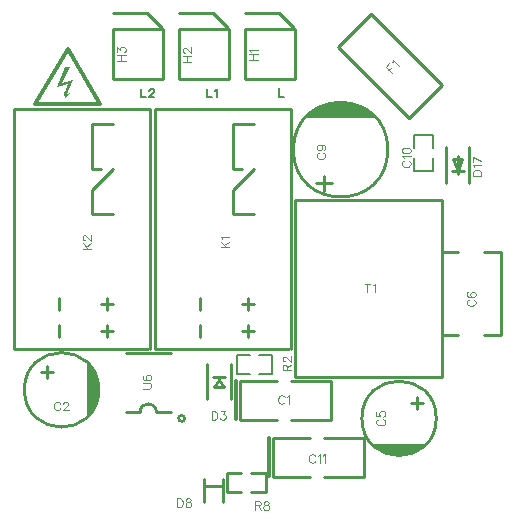
<source format=gto>
G04 Layer: TopSilkLayer*
G04 EasyEDA v6.3.22, 2020-02-05T09:45:25+02:00*
G04 0beb7f22875c416991f5e4e823d3f9f6,afbe6106ea7c444a8181c1b12ab228e2,10*
G04 Gerber Generator version 0.2*
G04 Scale: 100 percent, Rotated: No, Reflected: No *
G04 Dimensions in inches *
G04 leading zeros omitted , absolute positions ,2 integer and 4 decimal *
%FSLAX24Y24*%
%MOIN*%
G90*
G70D02*

%ADD10C,0.010000*%
%ADD48C,0.013000*%
%ADD49C,0.007874*%
%ADD50C,0.014000*%
%ADD51C,0.006000*%
%ADD52C,0.004000*%

%LPD*%
G54D10*
G01X11311Y1543D02*
G01X10096Y1543D01*
G01X10096Y2853D01*
G01X11311Y2853D01*
G54D48*
G01X9956Y2853D02*
G01X9956Y1563D01*
G54D10*
G01X11776Y2853D02*
G01X13106Y2853D01*
G01X13106Y1523D01*
G01X11776Y1523D01*
G01X10805Y10765D02*
G01X15726Y10765D01*
G01X15726Y10765D02*
G01X15726Y4860D01*
G01X15726Y4860D02*
G01X10805Y4860D01*
G01X10805Y4860D02*
G01X10805Y10765D01*
G01X14612Y13503D02*
G01X12246Y15869D01*
G01X12246Y15869D02*
G01X13359Y16983D01*
G01X13359Y16983D02*
G01X15726Y14617D01*
G01X15726Y14617D02*
G01X14612Y13503D01*
G01X6959Y16470D02*
G01X8612Y16470D01*
G01X8612Y14816D01*
G01X6959Y14816D01*
G01X6959Y16470D01*
G01X8586Y16443D02*
G01X8586Y16493D01*
G01X8086Y16993D01*
G01X6936Y16993D01*
G01X9159Y16470D02*
G01X10812Y16470D01*
G01X10812Y14816D01*
G01X9159Y14816D01*
G01X9159Y16470D01*
G01X10786Y16443D02*
G01X10786Y16493D01*
G01X10286Y16993D01*
G01X9136Y16993D01*
G01X15086Y3993D02*
G01X14686Y3993D01*
G01X14886Y4193D02*
G01X14886Y3793D01*
G01X2536Y5243D02*
G01X2536Y4843D01*
G01X2336Y5043D02*
G01X2736Y5043D01*
G01X4759Y16470D02*
G01X6412Y16470D01*
G01X6412Y14816D01*
G01X4759Y14816D01*
G01X4759Y16470D01*
G01X6386Y16443D02*
G01X6386Y16493D01*
G01X5886Y16993D01*
G01X4736Y16993D01*
G01X12046Y11323D02*
G01X11516Y11323D01*
G01X11776Y11573D02*
G01X11776Y11083D01*
G01X15701Y6265D02*
G01X15701Y9021D01*
G01X17670Y9021D02*
G01X17670Y6265D01*
G01X15701Y9021D02*
G01X16251Y9021D01*
G01X17120Y9021D02*
G01X17670Y9021D01*
G01X15701Y6265D02*
G01X16251Y6265D01*
G01X17120Y6265D02*
G01X17670Y6265D01*
G01X8286Y4782D02*
G01X8446Y4552D01*
G01X8446Y4552D02*
G01X8126Y4552D01*
G01X8126Y4552D02*
G01X8286Y4782D01*
G01X8679Y5303D02*
G01X8679Y4122D01*
G01X7892Y4122D02*
G01X7892Y5303D01*
G01X8486Y4872D02*
G01X8086Y4872D01*
G01X10211Y3443D02*
G01X8996Y3443D01*
G01X8996Y4753D01*
G01X10211Y4753D01*
G54D48*
G01X8856Y4753D02*
G01X8856Y3463D01*
G54D10*
G01X10676Y4753D02*
G01X12006Y4753D01*
G01X12006Y3423D01*
G01X10676Y3423D01*
G01X8401Y1487D02*
G01X8401Y699D01*
G01X7771Y1487D02*
G01X7771Y699D01*
G01X8401Y1231D02*
G01X7771Y1231D01*
G01X8536Y1658D02*
G01X8536Y1028D01*
G01X9343Y1028D02*
G01X9835Y1028D01*
G01X9343Y1658D02*
G01X9835Y1658D01*
G01X9028Y1028D02*
G01X8536Y1028D01*
G01X9028Y1658D02*
G01X8536Y1658D01*
G01X9835Y1658D02*
G01X9835Y1028D01*
G01X5986Y5793D02*
G01X5986Y13793D01*
G01X5986Y13793D02*
G01X1498Y13793D01*
G01X1442Y13793D02*
G01X1442Y5793D01*
G01X1442Y5793D02*
G01X5930Y5793D01*
G01X4542Y6193D02*
G01X4542Y6593D01*
G01X4342Y6393D02*
G01X4742Y6393D01*
G01X4542Y7093D02*
G01X4542Y7493D01*
G01X4342Y7293D02*
G01X4742Y7293D01*
G01X2942Y6193D02*
G01X2942Y6593D01*
G01X2942Y7093D02*
G01X2942Y7493D01*
G01X4742Y10293D02*
G01X4042Y10293D01*
G01X4042Y11093D01*
G01X4742Y11793D01*
G01X4742Y13293D02*
G01X4142Y13293D01*
G01X4042Y13293D01*
G01X4042Y11793D01*
G01X4342Y11793D01*
G01X10686Y5793D02*
G01X10686Y13793D01*
G01X10686Y13793D02*
G01X6198Y13793D01*
G01X6142Y13793D02*
G01X6142Y5793D01*
G01X6142Y5793D02*
G01X10630Y5793D01*
G01X9242Y6193D02*
G01X9242Y6593D01*
G01X9042Y6393D02*
G01X9442Y6393D01*
G01X9242Y7093D02*
G01X9242Y7493D01*
G01X9042Y7293D02*
G01X9442Y7293D01*
G01X7642Y6193D02*
G01X7642Y6593D01*
G01X7642Y7093D02*
G01X7642Y7493D01*
G01X9442Y10293D02*
G01X8742Y10293D01*
G01X8742Y11093D01*
G01X9442Y11793D01*
G01X9442Y13293D02*
G01X8842Y13293D01*
G01X8742Y13293D01*
G01X8742Y11793D01*
G01X9042Y11793D01*
G54D49*
G01X9619Y5608D02*
G01X10052Y5608D01*
G01X10052Y4978D01*
G01X9619Y4978D01*
G01X9304Y5608D02*
G01X8871Y5608D01*
G01X8871Y5214D01*
G01X8871Y4978D01*
G01X9304Y4978D01*
G54D10*
G01X5658Y3707D02*
G01X5196Y3708D01*
G01X6668Y3708D02*
G01X6198Y3707D01*
G01X6671Y5677D02*
G01X5200Y5677D01*
G01X16236Y11743D02*
G01X16076Y12143D01*
G01X16076Y12143D02*
G01X16396Y12143D01*
G01X16396Y12143D02*
G01X16236Y11743D01*
G01X15842Y11352D02*
G01X15842Y12534D01*
G01X16629Y11352D02*
G01X16629Y12534D01*
G01X16036Y11743D02*
G01X16436Y11743D01*
G01X16236Y11643D02*
G01X16236Y12243D01*
G54D49*
G01X14771Y12500D02*
G01X14771Y12933D01*
G01X15401Y12933D01*
G01X15401Y12500D01*
G01X14771Y12185D02*
G01X14771Y11752D01*
G01X15164Y11752D01*
G01X15401Y11752D01*
G01X15401Y12185D01*
G54D50*
G01X3236Y15816D02*
G01X2166Y13963D01*
G01X4306Y13963D01*
G01X3236Y15816D01*
G54D51*
G01X10286Y14493D02*
G01X10286Y14206D01*
G01X10286Y14206D02*
G01X10450Y14206D01*
G01X7886Y14475D02*
G01X7886Y14188D01*
G01X7886Y14188D02*
G01X8050Y14188D01*
G01X8140Y14420D02*
G01X8167Y14434D01*
G01X8208Y14475D01*
G01X8208Y14188D01*
G01X5686Y14475D02*
G01X5686Y14188D01*
G01X5686Y14188D02*
G01X5850Y14188D01*
G01X5953Y14406D02*
G01X5953Y14420D01*
G01X5967Y14447D01*
G01X5981Y14461D01*
G01X6008Y14475D01*
G01X6062Y14475D01*
G01X6090Y14461D01*
G01X6103Y14447D01*
G01X6117Y14420D01*
G01X6117Y14393D01*
G01X6103Y14366D01*
G01X6076Y14325D01*
G01X5940Y14188D01*
G01X6131Y14188D01*
G54D52*
G01X11491Y2228D02*
G01X11477Y2255D01*
G01X11450Y2282D01*
G01X11422Y2296D01*
G01X11368Y2296D01*
G01X11341Y2282D01*
G01X11313Y2255D01*
G01X11300Y2228D01*
G01X11286Y2187D01*
G01X11286Y2118D01*
G01X11300Y2078D01*
G01X11313Y2050D01*
G01X11341Y2023D01*
G01X11368Y2009D01*
G01X11422Y2009D01*
G01X11450Y2023D01*
G01X11477Y2050D01*
G01X11491Y2078D01*
G01X11581Y2241D02*
G01X11608Y2255D01*
G01X11649Y2296D01*
G01X11649Y2009D01*
G01X11739Y2241D02*
G01X11766Y2255D01*
G01X11807Y2296D01*
G01X11807Y2009D01*
G01X13231Y7977D02*
G01X13231Y7690D01*
G01X13136Y7977D02*
G01X13327Y7977D01*
G01X13417Y7922D02*
G01X13444Y7936D01*
G01X13485Y7977D01*
G01X13485Y7690D01*
G01X13836Y15206D02*
G01X14039Y15003D01*
G01X13836Y15206D02*
G01X13961Y15331D01*
G01X13933Y15109D02*
G01X14010Y15186D01*
G01X14063Y15356D02*
G01X14073Y15385D01*
G01X14073Y15443D01*
G01X14276Y15240D01*
G01X7077Y15383D02*
G01X7364Y15383D01*
G01X7077Y15574D02*
G01X7364Y15574D01*
G01X7214Y15383D02*
G01X7214Y15574D01*
G01X7146Y15678D02*
G01X7132Y15678D01*
G01X7105Y15691D01*
G01X7091Y15705D01*
G01X7077Y15732D01*
G01X7077Y15787D01*
G01X7091Y15814D01*
G01X7105Y15828D01*
G01X7132Y15841D01*
G01X7159Y15841D01*
G01X7186Y15828D01*
G01X7227Y15800D01*
G01X7364Y15664D01*
G01X7364Y15855D01*
G01X9286Y15434D02*
G01X9573Y15434D01*
G01X9286Y15625D02*
G01X9573Y15625D01*
G01X9423Y15434D02*
G01X9423Y15625D01*
G01X9341Y15715D02*
G01X9327Y15742D01*
G01X9286Y15783D01*
G01X9573Y15783D01*
G01X13601Y3462D02*
G01X13574Y3449D01*
G01X13546Y3422D01*
G01X13533Y3394D01*
G01X13533Y3340D01*
G01X13546Y3312D01*
G01X13574Y3285D01*
G01X13601Y3272D01*
G01X13642Y3258D01*
G01X13710Y3258D01*
G01X13751Y3272D01*
G01X13778Y3285D01*
G01X13805Y3312D01*
G01X13819Y3340D01*
G01X13819Y3394D01*
G01X13805Y3422D01*
G01X13778Y3449D01*
G01X13751Y3462D01*
G01X13533Y3716D02*
G01X13533Y3580D01*
G01X13655Y3566D01*
G01X13642Y3580D01*
G01X13628Y3621D01*
G01X13628Y3662D01*
G01X13642Y3702D01*
G01X13669Y3730D01*
G01X13710Y3743D01*
G01X13737Y3743D01*
G01X13778Y3730D01*
G01X13805Y3702D01*
G01X13819Y3662D01*
G01X13819Y3621D01*
G01X13805Y3580D01*
G01X13792Y3566D01*
G01X13765Y3552D01*
G01X2991Y3974D02*
G01X2977Y4002D01*
G01X2950Y4029D01*
G01X2922Y4043D01*
G01X2868Y4043D01*
G01X2841Y4029D01*
G01X2813Y4002D01*
G01X2800Y3974D01*
G01X2786Y3934D01*
G01X2786Y3865D01*
G01X2800Y3824D01*
G01X2813Y3797D01*
G01X2841Y3770D01*
G01X2868Y3756D01*
G01X2922Y3756D01*
G01X2950Y3770D01*
G01X2977Y3797D01*
G01X2991Y3824D01*
G01X3094Y3974D02*
G01X3094Y3988D01*
G01X3108Y4015D01*
G01X3121Y4029D01*
G01X3149Y4043D01*
G01X3203Y4043D01*
G01X3231Y4029D01*
G01X3244Y4015D01*
G01X3258Y3988D01*
G01X3258Y3961D01*
G01X3244Y3934D01*
G01X3217Y3893D01*
G01X3081Y3756D01*
G01X3271Y3756D01*
G01X4886Y15411D02*
G01X5172Y15411D01*
G01X4886Y15602D02*
G01X5172Y15602D01*
G01X5022Y15411D02*
G01X5022Y15602D01*
G01X4886Y15719D02*
G01X4886Y15869D01*
G01X4995Y15787D01*
G01X4995Y15828D01*
G01X5008Y15856D01*
G01X5022Y15869D01*
G01X5063Y15883D01*
G01X5090Y15883D01*
G01X5131Y15869D01*
G01X5158Y15842D01*
G01X5172Y15801D01*
G01X5172Y15760D01*
G01X5158Y15719D01*
G01X5145Y15706D01*
G01X5118Y15692D01*
G01X11607Y12340D02*
G01X11579Y12326D01*
G01X11552Y12299D01*
G01X11538Y12272D01*
G01X11538Y12217D01*
G01X11552Y12190D01*
G01X11579Y12163D01*
G01X11607Y12149D01*
G01X11647Y12136D01*
G01X11716Y12136D01*
G01X11757Y12149D01*
G01X11784Y12163D01*
G01X11811Y12190D01*
G01X11825Y12217D01*
G01X11825Y12272D01*
G01X11811Y12299D01*
G01X11784Y12326D01*
G01X11757Y12340D01*
G01X11634Y12607D02*
G01X11675Y12594D01*
G01X11702Y12566D01*
G01X11716Y12526D01*
G01X11716Y12512D01*
G01X11702Y12471D01*
G01X11675Y12444D01*
G01X11634Y12430D01*
G01X11620Y12430D01*
G01X11579Y12444D01*
G01X11552Y12471D01*
G01X11538Y12512D01*
G01X11538Y12526D01*
G01X11552Y12566D01*
G01X11579Y12594D01*
G01X11634Y12607D01*
G01X11702Y12607D01*
G01X11770Y12594D01*
G01X11811Y12566D01*
G01X11825Y12526D01*
G01X11825Y12498D01*
G01X11811Y12457D01*
G01X11784Y12444D01*
G01X16621Y7448D02*
G01X16593Y7434D01*
G01X16566Y7407D01*
G01X16552Y7379D01*
G01X16552Y7325D01*
G01X16566Y7298D01*
G01X16593Y7270D01*
G01X16621Y7257D01*
G01X16661Y7243D01*
G01X16730Y7243D01*
G01X16771Y7257D01*
G01X16798Y7270D01*
G01X16825Y7298D01*
G01X16839Y7325D01*
G01X16839Y7379D01*
G01X16825Y7407D01*
G01X16798Y7434D01*
G01X16771Y7448D01*
G01X16593Y7701D02*
G01X16566Y7688D01*
G01X16552Y7647D01*
G01X16552Y7619D01*
G01X16566Y7578D01*
G01X16607Y7551D01*
G01X16675Y7538D01*
G01X16743Y7538D01*
G01X16798Y7551D01*
G01X16825Y7578D01*
G01X16839Y7619D01*
G01X16839Y7633D01*
G01X16825Y7674D01*
G01X16798Y7701D01*
G01X16757Y7715D01*
G01X16743Y7715D01*
G01X16702Y7701D01*
G01X16675Y7674D01*
G01X16661Y7633D01*
G01X16661Y7619D01*
G01X16675Y7578D01*
G01X16702Y7551D01*
G01X16743Y7538D01*
G01X8036Y3732D02*
G01X8036Y3445D01*
G01X8036Y3732D02*
G01X8131Y3732D01*
G01X8172Y3718D01*
G01X8200Y3691D01*
G01X8213Y3664D01*
G01X8227Y3623D01*
G01X8227Y3555D01*
G01X8213Y3514D01*
G01X8200Y3486D01*
G01X8172Y3459D01*
G01X8131Y3445D01*
G01X8036Y3445D01*
G01X8344Y3732D02*
G01X8494Y3732D01*
G01X8412Y3623D01*
G01X8453Y3623D01*
G01X8480Y3609D01*
G01X8494Y3595D01*
G01X8508Y3555D01*
G01X8508Y3527D01*
G01X8494Y3486D01*
G01X8467Y3459D01*
G01X8426Y3445D01*
G01X8385Y3445D01*
G01X8344Y3459D01*
G01X8330Y3473D01*
G01X8317Y3500D01*
G01X10468Y4194D02*
G01X10454Y4222D01*
G01X10427Y4249D01*
G01X10399Y4263D01*
G01X10345Y4263D01*
G01X10318Y4249D01*
G01X10290Y4222D01*
G01X10277Y4194D01*
G01X10263Y4154D01*
G01X10263Y4085D01*
G01X10277Y4044D01*
G01X10290Y4017D01*
G01X10318Y3990D01*
G01X10345Y3976D01*
G01X10399Y3976D01*
G01X10427Y3990D01*
G01X10454Y4017D01*
G01X10468Y4044D01*
G01X10558Y4208D02*
G01X10585Y4222D01*
G01X10626Y4263D01*
G01X10626Y3976D01*
G01X6886Y827D02*
G01X6886Y540D01*
G01X6886Y827D02*
G01X6981Y827D01*
G01X7022Y813D01*
G01X7050Y786D01*
G01X7063Y758D01*
G01X7077Y718D01*
G01X7077Y649D01*
G01X7063Y608D01*
G01X7050Y581D01*
G01X7022Y554D01*
G01X6981Y540D01*
G01X6886Y540D01*
G01X7235Y827D02*
G01X7194Y813D01*
G01X7180Y786D01*
G01X7180Y758D01*
G01X7194Y731D01*
G01X7221Y718D01*
G01X7276Y704D01*
G01X7317Y690D01*
G01X7344Y663D01*
G01X7358Y636D01*
G01X7358Y595D01*
G01X7344Y568D01*
G01X7330Y554D01*
G01X7290Y540D01*
G01X7235Y540D01*
G01X7194Y554D01*
G01X7180Y568D01*
G01X7167Y595D01*
G01X7167Y636D01*
G01X7180Y663D01*
G01X7208Y690D01*
G01X7249Y704D01*
G01X7303Y718D01*
G01X7330Y731D01*
G01X7344Y758D01*
G01X7344Y786D01*
G01X7330Y813D01*
G01X7290Y827D01*
G01X7235Y827D01*
G01X9485Y727D02*
G01X9485Y440D01*
G01X9485Y727D02*
G01X9608Y727D01*
G01X9649Y713D01*
G01X9663Y699D01*
G01X9676Y672D01*
G01X9676Y645D01*
G01X9663Y618D01*
G01X9649Y604D01*
G01X9608Y590D01*
G01X9485Y590D01*
G01X9581Y590D02*
G01X9676Y440D01*
G01X9834Y727D02*
G01X9794Y713D01*
G01X9780Y686D01*
G01X9780Y658D01*
G01X9794Y631D01*
G01X9821Y618D01*
G01X9875Y604D01*
G01X9916Y590D01*
G01X9944Y563D01*
G01X9957Y536D01*
G01X9957Y495D01*
G01X9944Y468D01*
G01X9930Y454D01*
G01X9889Y440D01*
G01X9834Y440D01*
G01X9794Y454D01*
G01X9780Y468D01*
G01X9766Y495D01*
G01X9766Y536D01*
G01X9780Y563D01*
G01X9807Y590D01*
G01X9848Y604D01*
G01X9903Y618D01*
G01X9930Y631D01*
G01X9944Y658D01*
G01X9944Y686D01*
G01X9930Y713D01*
G01X9889Y727D01*
G01X9834Y727D01*
G01X3736Y9132D02*
G01X4022Y9132D01*
G01X3736Y9323D02*
G01X3927Y9132D01*
G01X3859Y9200D02*
G01X4022Y9323D01*
G01X3804Y9427D02*
G01X3791Y9427D01*
G01X3763Y9440D01*
G01X3750Y9454D01*
G01X3736Y9481D01*
G01X3736Y9536D01*
G01X3750Y9563D01*
G01X3763Y9577D01*
G01X3791Y9590D01*
G01X3818Y9590D01*
G01X3845Y9577D01*
G01X3886Y9549D01*
G01X4022Y9413D01*
G01X4022Y9604D01*
G01X8336Y9194D02*
G01X8622Y9194D01*
G01X8336Y9385D02*
G01X8527Y9194D01*
G01X8459Y9262D02*
G01X8622Y9385D01*
G01X8391Y9475D02*
G01X8377Y9502D01*
G01X8336Y9543D01*
G01X8622Y9543D01*
G01X10402Y5093D02*
G01X10689Y5093D01*
G01X10402Y5093D02*
G01X10402Y5216D01*
G01X10416Y5257D01*
G01X10430Y5270D01*
G01X10457Y5284D01*
G01X10484Y5284D01*
G01X10511Y5270D01*
G01X10525Y5257D01*
G01X10539Y5216D01*
G01X10539Y5093D01*
G01X10539Y5188D02*
G01X10689Y5284D01*
G01X10471Y5388D02*
G01X10457Y5388D01*
G01X10430Y5401D01*
G01X10416Y5415D01*
G01X10402Y5442D01*
G01X10402Y5497D01*
G01X10416Y5524D01*
G01X10430Y5538D01*
G01X10457Y5551D01*
G01X10484Y5551D01*
G01X10511Y5538D01*
G01X10552Y5510D01*
G01X10689Y5374D01*
G01X10689Y5565D01*
G01X5736Y4485D02*
G01X5940Y4485D01*
G01X5981Y4498D01*
G01X6008Y4526D01*
G01X6022Y4567D01*
G01X6022Y4594D01*
G01X6008Y4635D01*
G01X5981Y4662D01*
G01X5940Y4676D01*
G01X5736Y4676D01*
G01X5777Y4929D02*
G01X5749Y4916D01*
G01X5736Y4875D01*
G01X5736Y4848D01*
G01X5749Y4807D01*
G01X5790Y4779D01*
G01X5858Y4766D01*
G01X5927Y4766D01*
G01X5981Y4779D01*
G01X6008Y4807D01*
G01X6022Y4848D01*
G01X6022Y4861D01*
G01X6008Y4902D01*
G01X5981Y4929D01*
G01X5940Y4943D01*
G01X5927Y4943D01*
G01X5886Y4929D01*
G01X5858Y4902D01*
G01X5845Y4861D01*
G01X5845Y4848D01*
G01X5858Y4807D01*
G01X5886Y4779D01*
G01X5927Y4766D01*
G01X16736Y11582D02*
G01X17022Y11582D01*
G01X16736Y11582D02*
G01X16736Y11677D01*
G01X16749Y11718D01*
G01X16777Y11746D01*
G01X16804Y11759D01*
G01X16845Y11773D01*
G01X16913Y11773D01*
G01X16954Y11759D01*
G01X16981Y11746D01*
G01X17008Y11718D01*
G01X17022Y11677D01*
G01X17022Y11582D01*
G01X16790Y11863D02*
G01X16777Y11890D01*
G01X16736Y11931D01*
G01X17022Y11931D01*
G01X16736Y12212D02*
G01X17022Y12076D01*
G01X16736Y12021D02*
G01X16736Y12212D01*
G01X14454Y12078D02*
G01X14427Y12065D01*
G01X14399Y12037D01*
G01X14386Y12010D01*
G01X14386Y11956D01*
G01X14399Y11928D01*
G01X14427Y11901D01*
G01X14454Y11887D01*
G01X14495Y11874D01*
G01X14563Y11874D01*
G01X14604Y11887D01*
G01X14631Y11901D01*
G01X14658Y11928D01*
G01X14672Y11956D01*
G01X14672Y12010D01*
G01X14658Y12037D01*
G01X14631Y12065D01*
G01X14604Y12078D01*
G01X14440Y12168D02*
G01X14427Y12196D01*
G01X14386Y12236D01*
G01X14672Y12236D01*
G01X14386Y12408D02*
G01X14399Y12367D01*
G01X14440Y12340D01*
G01X14508Y12326D01*
G01X14549Y12326D01*
G01X14617Y12340D01*
G01X14658Y12367D01*
G01X14672Y12408D01*
G01X14672Y12436D01*
G01X14658Y12476D01*
G01X14617Y12504D01*
G01X14549Y12517D01*
G01X14508Y12517D01*
G01X14440Y12504D01*
G01X14399Y12476D01*
G01X14386Y12436D01*
G01X14386Y12408D01*
G54D10*
G75*
G01X10761Y12433D02*
G03X10761Y12461I1575J14D01*
G01*
G75*
G01X5658Y3707D02*
G02X6198Y3707I270J0D01*
G01*
G75*
G01X15526Y3493D02*
G03X15526Y3493I-1240J0D01*
G01*
G75*
G01X4276Y4443D02*
G03X4276Y4443I-1240J0D01*
G01*
G75*
G01X7136Y3493D02*
G03X7136Y3493I-100J0D01*
G01*

%LPD*%
G36*
G01X15186Y2643D02*
G01X13386Y2643D01*
G01X13407Y2620D01*
G01X13451Y2576D01*
G01X13497Y2534D01*
G01X13521Y2514D01*
G01X13571Y2476D01*
G01X13596Y2458D01*
G01X13648Y2424D01*
G01X13702Y2392D01*
G01X13758Y2364D01*
G01X13786Y2351D01*
G01X13815Y2338D01*
G01X13844Y2326D01*
G01X13873Y2315D01*
G01X13902Y2305D01*
G01X13962Y2287D01*
G01X13992Y2279D01*
G01X14023Y2272D01*
G01X14053Y2265D01*
G01X14115Y2255D01*
G01X14146Y2251D01*
G01X14208Y2245D01*
G01X14270Y2243D01*
G01X14301Y2243D01*
G01X14332Y2244D01*
G01X14364Y2245D01*
G01X14426Y2251D01*
G01X14457Y2255D01*
G01X14488Y2260D01*
G01X14518Y2265D01*
G01X14549Y2272D01*
G01X14579Y2279D01*
G01X14609Y2287D01*
G01X14669Y2305D01*
G01X14699Y2315D01*
G01X14728Y2326D01*
G01X14757Y2338D01*
G01X14813Y2364D01*
G01X14869Y2392D01*
G01X14923Y2424D01*
G01X14975Y2458D01*
G01X15001Y2476D01*
G01X15026Y2495D01*
G01X15050Y2514D01*
G01X15074Y2534D01*
G01X15120Y2576D01*
G01X15143Y2598D01*
G01X15164Y2620D01*
G01X15186Y2643D01*
G37*

%LPD*%
G36*
G01X3909Y5322D02*
G01X3886Y5343D01*
G01X3886Y3543D01*
G01X3909Y3564D01*
G01X3953Y3608D01*
G01X3974Y3631D01*
G01X4034Y3703D01*
G01X4053Y3728D01*
G01X4071Y3754D01*
G01X4088Y3779D01*
G01X4105Y3806D01*
G01X4121Y3833D01*
G01X4151Y3887D01*
G01X4165Y3915D01*
G01X4178Y3943D01*
G01X4202Y4001D01*
G01X4213Y4030D01*
G01X4223Y4060D01*
G01X4233Y4089D01*
G01X4242Y4119D01*
G01X4250Y4149D01*
G01X4257Y4180D01*
G01X4263Y4210D01*
G01X4269Y4241D01*
G01X4274Y4272D01*
G01X4278Y4303D01*
G01X4281Y4334D01*
G01X4285Y4396D01*
G01X4286Y4427D01*
G01X4286Y4459D01*
G01X4285Y4490D01*
G01X4281Y4552D01*
G01X4278Y4583D01*
G01X4274Y4614D01*
G01X4269Y4645D01*
G01X4263Y4676D01*
G01X4257Y4706D01*
G01X4250Y4736D01*
G01X4242Y4767D01*
G01X4233Y4797D01*
G01X4223Y4826D01*
G01X4213Y4856D01*
G01X4202Y4885D01*
G01X4178Y4943D01*
G01X4165Y4971D01*
G01X4151Y4999D01*
G01X4121Y5053D01*
G01X4105Y5080D01*
G01X4088Y5107D01*
G01X4071Y5132D01*
G01X4053Y5158D01*
G01X4034Y5183D01*
G01X3974Y5255D01*
G01X3953Y5278D01*
G01X3909Y5322D01*
G37*

%LPD*%
G36*
G01X12373Y13987D02*
G01X12298Y13987D01*
G01X12187Y13981D01*
G01X12113Y13973D01*
G01X12039Y13961D01*
G01X12003Y13954D01*
G01X11966Y13947D01*
G01X11894Y13929D01*
G01X11858Y13919D01*
G01X11822Y13908D01*
G01X11787Y13897D01*
G01X11682Y13858D01*
G01X11614Y13828D01*
G01X11581Y13812D01*
G01X11547Y13795D01*
G01X11514Y13777D01*
G01X11482Y13759D01*
G01X11418Y13721D01*
G01X11356Y13679D01*
G01X11326Y13658D01*
G01X11296Y13635D01*
G01X11267Y13613D01*
G01X11238Y13589D01*
G01X11210Y13565D01*
G01X11182Y13540D01*
G01X11155Y13515D01*
G01X13517Y13515D01*
G01X13490Y13540D01*
G01X13462Y13565D01*
G01X13433Y13589D01*
G01X13405Y13613D01*
G01X13375Y13635D01*
G01X13345Y13658D01*
G01X13315Y13679D01*
G01X13253Y13721D01*
G01X13189Y13759D01*
G01X13157Y13777D01*
G01X13124Y13795D01*
G01X13091Y13812D01*
G01X13057Y13828D01*
G01X12989Y13858D01*
G01X12954Y13871D01*
G01X12920Y13884D01*
G01X12884Y13897D01*
G01X12849Y13908D01*
G01X12813Y13919D01*
G01X12777Y13929D01*
G01X12705Y13947D01*
G01X12669Y13954D01*
G01X12632Y13961D01*
G01X12558Y13973D01*
G01X12484Y13981D01*
G01X12373Y13987D01*
G37*

%LPD*%
G36*
G01X3316Y15193D02*
G01X3166Y15193D01*
G01X2896Y14533D01*
G01X3266Y14653D01*
G01X3166Y14323D01*
G01X3116Y14363D01*
G01X3146Y14153D01*
G01X3306Y14333D01*
G01X3226Y14313D01*
G01X3426Y14773D01*
G01X3046Y14663D01*
G01X3316Y15193D01*
G37*
M00*
M02*

</source>
